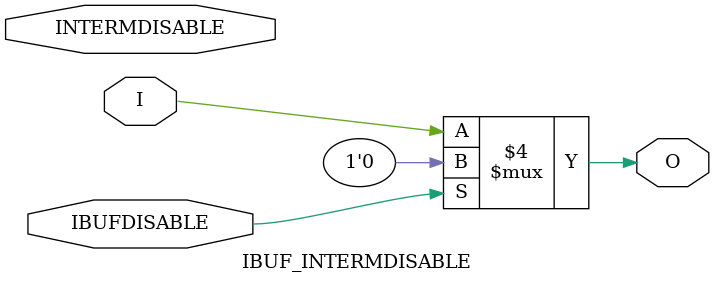
<source format=v>

`timescale  1 ps / 1 ps


module IBUF_INTERMDISABLE (O, I, IBUFDISABLE, INTERMDISABLE);

    parameter CAPACITANCE = "DONT_CARE";
    parameter IBUF_DELAY_VALUE = "0";
    parameter IBUF_LOW_PWR = "TRUE";
    parameter IFD_DELAY_VALUE = "AUTO";
    parameter IOSTANDARD = "DEFAULT";
    
    output O;

    input  I;
    input  IBUFDISABLE;
    input  INTERMDISABLE;

   assign O = (IBUFDISABLE == 0)? I : (IBUFDISABLE == 1)? 1'b0  : 1'b0;
endmodule

</source>
